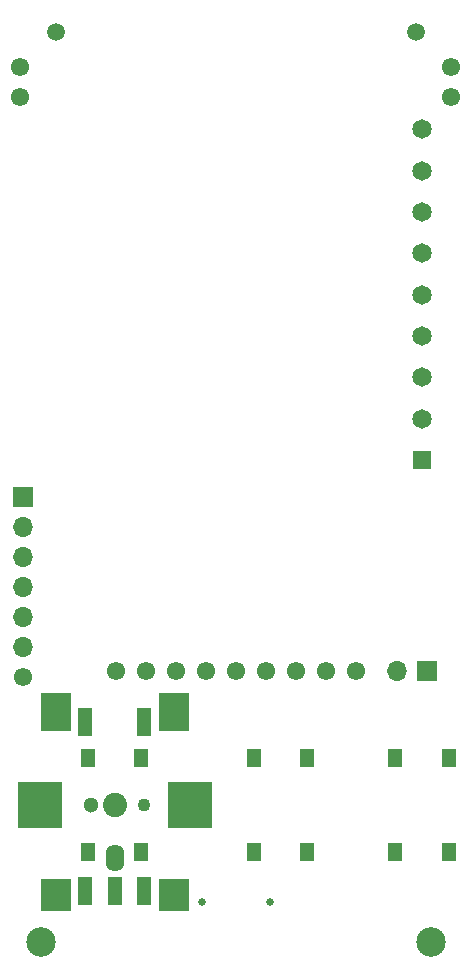
<source format=gbr>
%TF.GenerationSoftware,KiCad,Pcbnew,9.0.3*%
%TF.CreationDate,2025-10-10T19:55:01+02:00*%
%TF.ProjectId,AxxSolder,41787853-6f6c-4646-9572-2e6b69636164,rev?*%
%TF.SameCoordinates,Original*%
%TF.FileFunction,Soldermask,Top*%
%TF.FilePolarity,Negative*%
%FSLAX46Y46*%
G04 Gerber Fmt 4.6, Leading zero omitted, Abs format (unit mm)*
G04 Created by KiCad (PCBNEW 9.0.3) date 2025-10-10 19:55:01*
%MOMM*%
%LPD*%
G01*
G04 APERTURE LIST*
%ADD10C,1.550000*%
%ADD11C,1.500000*%
%ADD12R,1.300000X1.550000*%
%ADD13C,2.500000*%
%ADD14C,1.300000*%
%ADD15C,2.050000*%
%ADD16O,1.550000X2.300000*%
%ADD17C,1.100000*%
%ADD18R,1.300000X2.400000*%
%ADD19R,3.750000X4.000000*%
%ADD20R,2.500000X3.200000*%
%ADD21R,2.500000X2.700000*%
%ADD22R,1.650000X1.650000*%
%ADD23C,1.650000*%
%ADD24R,1.700000X1.700000*%
%ADD25O,1.700000X1.700000*%
%ADD26C,0.650000*%
G04 APERTURE END LIST*
D10*
%TO.C,TP18*%
X190660000Y-124080000D03*
%TD*%
D11*
%TO.C,TFT1*%
X165280000Y-69998000D03*
X195760000Y-69998000D03*
%TD*%
D12*
%TO.C,S1*%
X172500000Y-131425000D03*
X168000000Y-131425000D03*
X172500000Y-139375000D03*
X168000000Y-139375000D03*
%TD*%
D10*
%TO.C,J7*%
X170340000Y-124080000D03*
X172880000Y-124080000D03*
X175420000Y-124080000D03*
X177960000Y-124080000D03*
X180500000Y-124080000D03*
X183040000Y-124080000D03*
X185580000Y-124080000D03*
X188120000Y-124080000D03*
%TD*%
D12*
%TO.C,S3*%
X198500000Y-131425000D03*
X194000000Y-131425000D03*
X198500000Y-139375000D03*
X194000000Y-139375000D03*
%TD*%
D13*
%TO.C,H2*%
X197000000Y-147000000D03*
%TD*%
D14*
%TO.C,U2*%
X168250000Y-135400000D03*
D15*
X170250000Y-135400000D03*
D16*
X170250000Y-139900000D03*
D17*
X172750000Y-135400000D03*
D18*
X167750000Y-142700000D03*
X170250000Y-142700000D03*
X172750000Y-142700000D03*
X167750000Y-128400000D03*
X172750000Y-128400000D03*
D19*
X163875000Y-135400000D03*
D20*
X165250000Y-127500000D03*
D21*
X165250000Y-143050000D03*
D20*
X175250000Y-127500000D03*
D21*
X175250000Y-143050000D03*
D19*
X176625000Y-135400000D03*
%TD*%
D10*
%TO.C,TP13*%
X162500000Y-124550000D03*
%TD*%
%TO.C,J6*%
X198750000Y-72925000D03*
X198750000Y-75465000D03*
%TD*%
D12*
%TO.C,S2*%
X186500000Y-131425000D03*
X182000000Y-131425000D03*
X186500000Y-139375000D03*
X182000000Y-139375000D03*
%TD*%
D13*
%TO.C,H1*%
X164000000Y-147000000D03*
%TD*%
D10*
%TO.C,J5*%
X162250000Y-72925000D03*
X162250000Y-75465000D03*
%TD*%
D22*
%TO.C,J2*%
X196250000Y-106200000D03*
D23*
X196250000Y-102700000D03*
X196250000Y-99200000D03*
X196250000Y-95700000D03*
X196250000Y-92200000D03*
X196250000Y-88700000D03*
X196250000Y-85200000D03*
X196250000Y-81700000D03*
X196250000Y-78200000D03*
%TD*%
D24*
%TO.C,J3*%
X196675000Y-124100000D03*
D25*
X194135000Y-124100000D03*
%TD*%
D24*
%TO.C,J4*%
X162500000Y-109310000D03*
D25*
X162500000Y-111850000D03*
X162500000Y-114390000D03*
X162500000Y-116930000D03*
X162500000Y-119470000D03*
X162500000Y-122010000D03*
%TD*%
D26*
%TO.C,J1*%
X183390000Y-143647000D03*
X177610000Y-143647000D03*
%TD*%
M02*

</source>
